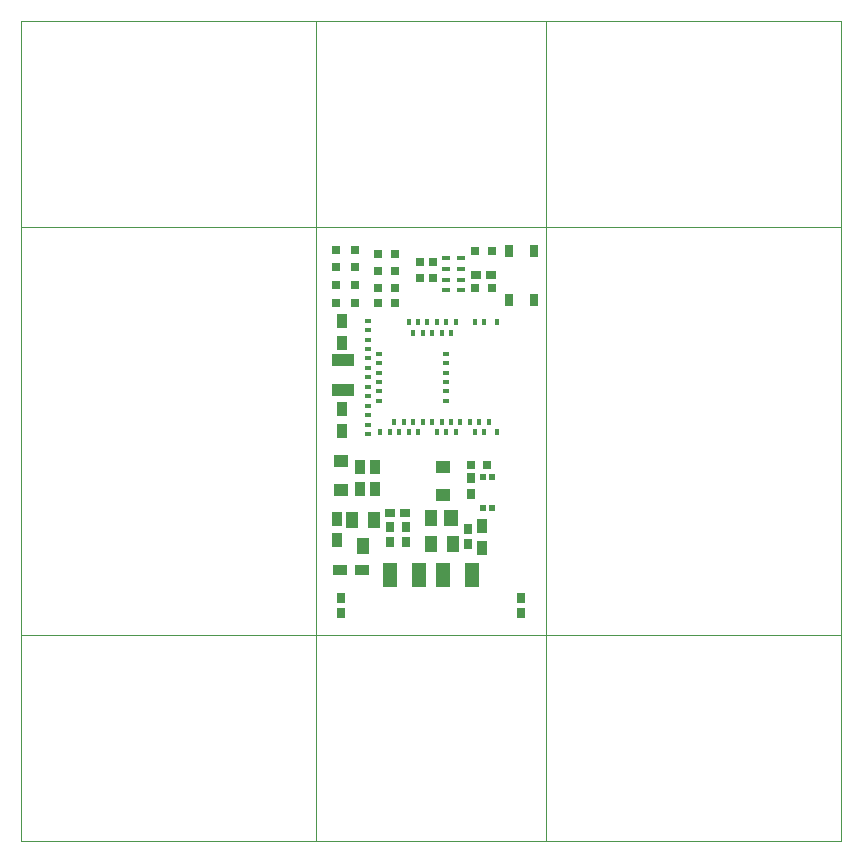
<source format=gtp>
G75*
%MOIN*%
%OFA0B0*%
%FSLAX25Y25*%
%IPPOS*%
%LPD*%
%AMOC8*
5,1,8,0,0,1.08239X$1,22.5*
%
%ADD10C,0.00000*%
%ADD11R,0.01575X0.02362*%
%ADD12R,0.02362X0.01575*%
%ADD13R,0.07480X0.04331*%
%ADD14R,0.03543X0.04528*%
%ADD15R,0.02756X0.03642*%
%ADD16R,0.03642X0.02756*%
%ADD17R,0.03937X0.05669*%
%ADD18R,0.04724X0.05669*%
%ADD19R,0.04724X0.07874*%
%ADD20R,0.03150X0.02756*%
%ADD21R,0.02559X0.04134*%
%ADD22R,0.02165X0.02165*%
%ADD23R,0.03937X0.05512*%
%ADD24R,0.04528X0.03543*%
%ADD25R,0.04724X0.03937*%
%ADD26R,0.03150X0.03150*%
%ADD27R,0.02953X0.01772*%
%ADD28R,0.02756X0.03150*%
D10*
X0001000Y0001000D02*
X0001000Y0274622D01*
X0274622Y0274622D01*
X0274622Y0001000D01*
X0001000Y0001000D01*
X0001000Y0069898D02*
X0274622Y0069898D01*
X0176197Y0001000D02*
X0176197Y0274622D01*
X0099425Y0274622D02*
X0099425Y0001000D01*
X0001000Y0205724D02*
X0274622Y0205724D01*
D11*
X0159858Y0174031D03*
X0155528Y0174031D03*
X0152378Y0174031D03*
X0146079Y0174031D03*
X0142929Y0174031D03*
X0139780Y0174031D03*
X0136630Y0174031D03*
X0133480Y0174031D03*
X0130331Y0174031D03*
X0131906Y0170488D03*
X0135055Y0170488D03*
X0138205Y0170488D03*
X0141354Y0170488D03*
X0144504Y0170488D03*
X0144504Y0140961D03*
X0147654Y0140961D03*
X0150803Y0140961D03*
X0153953Y0140961D03*
X0157102Y0140961D03*
X0155528Y0137417D03*
X0152378Y0137417D03*
X0159858Y0137417D03*
X0146079Y0137417D03*
X0142929Y0137417D03*
X0139780Y0137417D03*
X0141354Y0140961D03*
X0138205Y0140961D03*
X0135055Y0140961D03*
X0131906Y0140961D03*
X0128756Y0140961D03*
X0125606Y0140961D03*
X0124031Y0137417D03*
X0127181Y0137417D03*
X0130331Y0137417D03*
X0133480Y0137417D03*
X0120882Y0137417D03*
D12*
X0116945Y0136827D03*
X0116945Y0139976D03*
X0116945Y0143126D03*
X0116945Y0146276D03*
X0116945Y0149425D03*
X0116945Y0152575D03*
X0116945Y0155724D03*
X0116945Y0158874D03*
X0116945Y0162024D03*
X0116945Y0165173D03*
X0120488Y0163598D03*
X0120488Y0160449D03*
X0120488Y0157299D03*
X0120488Y0154150D03*
X0120488Y0151000D03*
X0120488Y0147850D03*
X0116945Y0168323D03*
X0116945Y0171472D03*
X0116945Y0174622D03*
X0142929Y0163598D03*
X0142929Y0160449D03*
X0142929Y0157299D03*
X0142929Y0154150D03*
X0142929Y0151000D03*
X0142929Y0147850D03*
D13*
X0108480Y0151591D03*
X0108480Y0161433D03*
D14*
X0108087Y0167043D03*
X0108087Y0174327D03*
X0108087Y0145193D03*
X0108087Y0137909D03*
X0113992Y0125902D03*
X0119110Y0125902D03*
X0119110Y0118618D03*
X0113992Y0118618D03*
X0106507Y0108638D03*
X0106507Y0101354D03*
X0154937Y0098933D03*
X0154937Y0106217D03*
D15*
X0150213Y0105134D03*
X0150213Y0100016D03*
X0151000Y0116945D03*
X0151000Y0122063D03*
X0129346Y0105921D03*
X0124228Y0105921D03*
X0124228Y0100803D03*
X0129346Y0100803D03*
X0107693Y0082299D03*
X0107693Y0077181D03*
X0167929Y0077181D03*
X0167929Y0082299D03*
D16*
X0129150Y0110449D03*
X0124031Y0110449D03*
X0152772Y0189976D03*
X0157890Y0189976D03*
D17*
X0137811Y0108874D03*
X0137811Y0100213D03*
X0145291Y0100213D03*
D18*
X0144504Y0108874D03*
D19*
X0141748Y0089976D03*
X0133874Y0089976D03*
X0124031Y0089976D03*
X0151591Y0089976D03*
D20*
X0151000Y0126591D03*
X0156512Y0126591D03*
X0125803Y0180528D03*
X0125803Y0185646D03*
X0125803Y0191157D03*
X0120291Y0191157D03*
X0120291Y0185646D03*
X0120291Y0180528D03*
X0120291Y0196669D03*
X0125803Y0196669D03*
X0152575Y0197850D03*
X0158087Y0197850D03*
X0158087Y0185646D03*
X0152575Y0185646D03*
D21*
X0163697Y0181413D03*
X0172161Y0181413D03*
X0172161Y0197752D03*
X0163697Y0197752D03*
D22*
X0158032Y0122609D03*
X0155080Y0122609D03*
X0155080Y0112176D03*
X0158032Y0112176D03*
D23*
X0118913Y0108087D03*
X0111433Y0108087D03*
X0115173Y0099425D03*
D24*
X0114878Y0091551D03*
X0107594Y0091551D03*
D25*
X0107693Y0118323D03*
X0107693Y0127772D03*
X0141945Y0125803D03*
X0141945Y0116354D03*
D26*
X0112417Y0180528D03*
X0112417Y0186433D03*
X0112417Y0192339D03*
X0112417Y0198244D03*
X0106118Y0198244D03*
X0106118Y0192339D03*
X0106118Y0186433D03*
X0106118Y0180528D03*
D27*
X0142969Y0184701D03*
X0142969Y0188244D03*
X0142969Y0191787D03*
X0142969Y0195331D03*
X0147693Y0195331D03*
X0147693Y0191787D03*
X0147693Y0188244D03*
X0147693Y0184701D03*
D28*
X0138402Y0188795D03*
X0134071Y0188795D03*
X0134071Y0194307D03*
X0138402Y0194307D03*
M02*

</source>
